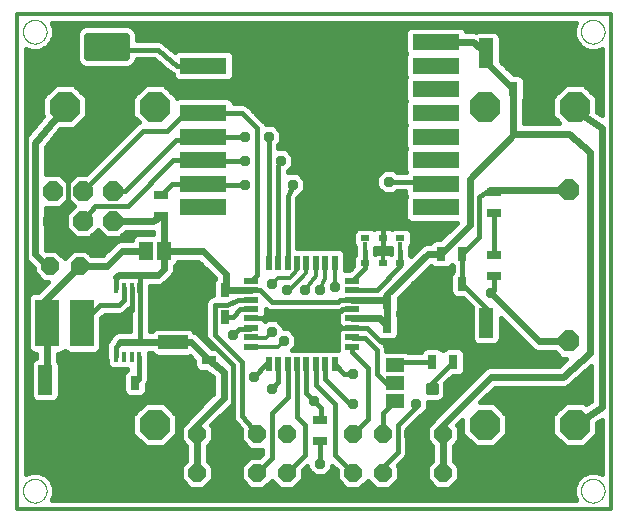
<source format=gtl>
G75*
%MOIN*%
%OFA0B0*%
%FSLAX25Y25*%
%IPPOS*%
%LPD*%
%AMOC8*
5,1,8,0,0,1.08239X$1,22.5*
%
%ADD10C,0.00000*%
%ADD11C,0.01200*%
%ADD12R,0.15748X0.05512*%
%ADD13R,0.04724X0.09843*%
%ADD14R,0.09843X0.04724*%
%ADD15R,0.07874X0.15748*%
%ADD16R,0.01575X0.03543*%
%ADD17R,0.03150X0.04724*%
%ADD18R,0.04724X0.03150*%
%ADD19OC8,0.06000*%
%ADD20R,0.04600X0.06300*%
%ADD21OC8,0.10050*%
%ADD22R,0.01575X0.06299*%
%ADD23R,0.03150X0.01969*%
%ADD24OC8,0.06600*%
%ADD25C,0.02362*%
%ADD26OC8,0.07000*%
%ADD27C,0.01181*%
%ADD28R,0.06300X0.04600*%
%ADD29R,0.05000X0.02200*%
%ADD30R,0.02200X0.05000*%
%ADD31C,0.01600*%
%ADD32C,0.02400*%
%ADD33OC8,0.03562*%
%ADD34C,0.01000*%
%ADD35C,0.01800*%
D10*
X0003863Y0007800D02*
X0003865Y0007925D01*
X0003871Y0008050D01*
X0003881Y0008174D01*
X0003895Y0008298D01*
X0003912Y0008422D01*
X0003934Y0008545D01*
X0003960Y0008667D01*
X0003989Y0008789D01*
X0004022Y0008909D01*
X0004060Y0009028D01*
X0004100Y0009147D01*
X0004145Y0009263D01*
X0004193Y0009378D01*
X0004245Y0009492D01*
X0004301Y0009604D01*
X0004360Y0009714D01*
X0004422Y0009822D01*
X0004488Y0009929D01*
X0004557Y0010033D01*
X0004630Y0010134D01*
X0004705Y0010234D01*
X0004784Y0010331D01*
X0004866Y0010425D01*
X0004951Y0010517D01*
X0005038Y0010606D01*
X0005129Y0010692D01*
X0005222Y0010775D01*
X0005318Y0010856D01*
X0005416Y0010933D01*
X0005516Y0011007D01*
X0005619Y0011078D01*
X0005724Y0011145D01*
X0005832Y0011210D01*
X0005941Y0011270D01*
X0006052Y0011328D01*
X0006165Y0011381D01*
X0006279Y0011431D01*
X0006395Y0011478D01*
X0006512Y0011520D01*
X0006631Y0011559D01*
X0006751Y0011595D01*
X0006872Y0011626D01*
X0006994Y0011654D01*
X0007116Y0011677D01*
X0007240Y0011697D01*
X0007364Y0011713D01*
X0007488Y0011725D01*
X0007613Y0011733D01*
X0007738Y0011737D01*
X0007862Y0011737D01*
X0007987Y0011733D01*
X0008112Y0011725D01*
X0008236Y0011713D01*
X0008360Y0011697D01*
X0008484Y0011677D01*
X0008606Y0011654D01*
X0008728Y0011626D01*
X0008849Y0011595D01*
X0008969Y0011559D01*
X0009088Y0011520D01*
X0009205Y0011478D01*
X0009321Y0011431D01*
X0009435Y0011381D01*
X0009548Y0011328D01*
X0009659Y0011270D01*
X0009769Y0011210D01*
X0009876Y0011145D01*
X0009981Y0011078D01*
X0010084Y0011007D01*
X0010184Y0010933D01*
X0010282Y0010856D01*
X0010378Y0010775D01*
X0010471Y0010692D01*
X0010562Y0010606D01*
X0010649Y0010517D01*
X0010734Y0010425D01*
X0010816Y0010331D01*
X0010895Y0010234D01*
X0010970Y0010134D01*
X0011043Y0010033D01*
X0011112Y0009929D01*
X0011178Y0009822D01*
X0011240Y0009714D01*
X0011299Y0009604D01*
X0011355Y0009492D01*
X0011407Y0009378D01*
X0011455Y0009263D01*
X0011500Y0009147D01*
X0011540Y0009028D01*
X0011578Y0008909D01*
X0011611Y0008789D01*
X0011640Y0008667D01*
X0011666Y0008545D01*
X0011688Y0008422D01*
X0011705Y0008298D01*
X0011719Y0008174D01*
X0011729Y0008050D01*
X0011735Y0007925D01*
X0011737Y0007800D01*
X0011735Y0007675D01*
X0011729Y0007550D01*
X0011719Y0007426D01*
X0011705Y0007302D01*
X0011688Y0007178D01*
X0011666Y0007055D01*
X0011640Y0006933D01*
X0011611Y0006811D01*
X0011578Y0006691D01*
X0011540Y0006572D01*
X0011500Y0006453D01*
X0011455Y0006337D01*
X0011407Y0006222D01*
X0011355Y0006108D01*
X0011299Y0005996D01*
X0011240Y0005886D01*
X0011178Y0005778D01*
X0011112Y0005671D01*
X0011043Y0005567D01*
X0010970Y0005466D01*
X0010895Y0005366D01*
X0010816Y0005269D01*
X0010734Y0005175D01*
X0010649Y0005083D01*
X0010562Y0004994D01*
X0010471Y0004908D01*
X0010378Y0004825D01*
X0010282Y0004744D01*
X0010184Y0004667D01*
X0010084Y0004593D01*
X0009981Y0004522D01*
X0009876Y0004455D01*
X0009768Y0004390D01*
X0009659Y0004330D01*
X0009548Y0004272D01*
X0009435Y0004219D01*
X0009321Y0004169D01*
X0009205Y0004122D01*
X0009088Y0004080D01*
X0008969Y0004041D01*
X0008849Y0004005D01*
X0008728Y0003974D01*
X0008606Y0003946D01*
X0008484Y0003923D01*
X0008360Y0003903D01*
X0008236Y0003887D01*
X0008112Y0003875D01*
X0007987Y0003867D01*
X0007862Y0003863D01*
X0007738Y0003863D01*
X0007613Y0003867D01*
X0007488Y0003875D01*
X0007364Y0003887D01*
X0007240Y0003903D01*
X0007116Y0003923D01*
X0006994Y0003946D01*
X0006872Y0003974D01*
X0006751Y0004005D01*
X0006631Y0004041D01*
X0006512Y0004080D01*
X0006395Y0004122D01*
X0006279Y0004169D01*
X0006165Y0004219D01*
X0006052Y0004272D01*
X0005941Y0004330D01*
X0005831Y0004390D01*
X0005724Y0004455D01*
X0005619Y0004522D01*
X0005516Y0004593D01*
X0005416Y0004667D01*
X0005318Y0004744D01*
X0005222Y0004825D01*
X0005129Y0004908D01*
X0005038Y0004994D01*
X0004951Y0005083D01*
X0004866Y0005175D01*
X0004784Y0005269D01*
X0004705Y0005366D01*
X0004630Y0005466D01*
X0004557Y0005567D01*
X0004488Y0005671D01*
X0004422Y0005778D01*
X0004360Y0005886D01*
X0004301Y0005996D01*
X0004245Y0006108D01*
X0004193Y0006222D01*
X0004145Y0006337D01*
X0004100Y0006453D01*
X0004060Y0006572D01*
X0004022Y0006691D01*
X0003989Y0006811D01*
X0003960Y0006933D01*
X0003934Y0007055D01*
X0003912Y0007178D01*
X0003895Y0007302D01*
X0003881Y0007426D01*
X0003871Y0007550D01*
X0003865Y0007675D01*
X0003863Y0007800D01*
X0003863Y0160800D02*
X0003865Y0160925D01*
X0003871Y0161050D01*
X0003881Y0161174D01*
X0003895Y0161298D01*
X0003912Y0161422D01*
X0003934Y0161545D01*
X0003960Y0161667D01*
X0003989Y0161789D01*
X0004022Y0161909D01*
X0004060Y0162028D01*
X0004100Y0162147D01*
X0004145Y0162263D01*
X0004193Y0162378D01*
X0004245Y0162492D01*
X0004301Y0162604D01*
X0004360Y0162714D01*
X0004422Y0162822D01*
X0004488Y0162929D01*
X0004557Y0163033D01*
X0004630Y0163134D01*
X0004705Y0163234D01*
X0004784Y0163331D01*
X0004866Y0163425D01*
X0004951Y0163517D01*
X0005038Y0163606D01*
X0005129Y0163692D01*
X0005222Y0163775D01*
X0005318Y0163856D01*
X0005416Y0163933D01*
X0005516Y0164007D01*
X0005619Y0164078D01*
X0005724Y0164145D01*
X0005832Y0164210D01*
X0005941Y0164270D01*
X0006052Y0164328D01*
X0006165Y0164381D01*
X0006279Y0164431D01*
X0006395Y0164478D01*
X0006512Y0164520D01*
X0006631Y0164559D01*
X0006751Y0164595D01*
X0006872Y0164626D01*
X0006994Y0164654D01*
X0007116Y0164677D01*
X0007240Y0164697D01*
X0007364Y0164713D01*
X0007488Y0164725D01*
X0007613Y0164733D01*
X0007738Y0164737D01*
X0007862Y0164737D01*
X0007987Y0164733D01*
X0008112Y0164725D01*
X0008236Y0164713D01*
X0008360Y0164697D01*
X0008484Y0164677D01*
X0008606Y0164654D01*
X0008728Y0164626D01*
X0008849Y0164595D01*
X0008969Y0164559D01*
X0009088Y0164520D01*
X0009205Y0164478D01*
X0009321Y0164431D01*
X0009435Y0164381D01*
X0009548Y0164328D01*
X0009659Y0164270D01*
X0009769Y0164210D01*
X0009876Y0164145D01*
X0009981Y0164078D01*
X0010084Y0164007D01*
X0010184Y0163933D01*
X0010282Y0163856D01*
X0010378Y0163775D01*
X0010471Y0163692D01*
X0010562Y0163606D01*
X0010649Y0163517D01*
X0010734Y0163425D01*
X0010816Y0163331D01*
X0010895Y0163234D01*
X0010970Y0163134D01*
X0011043Y0163033D01*
X0011112Y0162929D01*
X0011178Y0162822D01*
X0011240Y0162714D01*
X0011299Y0162604D01*
X0011355Y0162492D01*
X0011407Y0162378D01*
X0011455Y0162263D01*
X0011500Y0162147D01*
X0011540Y0162028D01*
X0011578Y0161909D01*
X0011611Y0161789D01*
X0011640Y0161667D01*
X0011666Y0161545D01*
X0011688Y0161422D01*
X0011705Y0161298D01*
X0011719Y0161174D01*
X0011729Y0161050D01*
X0011735Y0160925D01*
X0011737Y0160800D01*
X0011735Y0160675D01*
X0011729Y0160550D01*
X0011719Y0160426D01*
X0011705Y0160302D01*
X0011688Y0160178D01*
X0011666Y0160055D01*
X0011640Y0159933D01*
X0011611Y0159811D01*
X0011578Y0159691D01*
X0011540Y0159572D01*
X0011500Y0159453D01*
X0011455Y0159337D01*
X0011407Y0159222D01*
X0011355Y0159108D01*
X0011299Y0158996D01*
X0011240Y0158886D01*
X0011178Y0158778D01*
X0011112Y0158671D01*
X0011043Y0158567D01*
X0010970Y0158466D01*
X0010895Y0158366D01*
X0010816Y0158269D01*
X0010734Y0158175D01*
X0010649Y0158083D01*
X0010562Y0157994D01*
X0010471Y0157908D01*
X0010378Y0157825D01*
X0010282Y0157744D01*
X0010184Y0157667D01*
X0010084Y0157593D01*
X0009981Y0157522D01*
X0009876Y0157455D01*
X0009768Y0157390D01*
X0009659Y0157330D01*
X0009548Y0157272D01*
X0009435Y0157219D01*
X0009321Y0157169D01*
X0009205Y0157122D01*
X0009088Y0157080D01*
X0008969Y0157041D01*
X0008849Y0157005D01*
X0008728Y0156974D01*
X0008606Y0156946D01*
X0008484Y0156923D01*
X0008360Y0156903D01*
X0008236Y0156887D01*
X0008112Y0156875D01*
X0007987Y0156867D01*
X0007862Y0156863D01*
X0007738Y0156863D01*
X0007613Y0156867D01*
X0007488Y0156875D01*
X0007364Y0156887D01*
X0007240Y0156903D01*
X0007116Y0156923D01*
X0006994Y0156946D01*
X0006872Y0156974D01*
X0006751Y0157005D01*
X0006631Y0157041D01*
X0006512Y0157080D01*
X0006395Y0157122D01*
X0006279Y0157169D01*
X0006165Y0157219D01*
X0006052Y0157272D01*
X0005941Y0157330D01*
X0005831Y0157390D01*
X0005724Y0157455D01*
X0005619Y0157522D01*
X0005516Y0157593D01*
X0005416Y0157667D01*
X0005318Y0157744D01*
X0005222Y0157825D01*
X0005129Y0157908D01*
X0005038Y0157994D01*
X0004951Y0158083D01*
X0004866Y0158175D01*
X0004784Y0158269D01*
X0004705Y0158366D01*
X0004630Y0158466D01*
X0004557Y0158567D01*
X0004488Y0158671D01*
X0004422Y0158778D01*
X0004360Y0158886D01*
X0004301Y0158996D01*
X0004245Y0159108D01*
X0004193Y0159222D01*
X0004145Y0159337D01*
X0004100Y0159453D01*
X0004060Y0159572D01*
X0004022Y0159691D01*
X0003989Y0159811D01*
X0003960Y0159933D01*
X0003934Y0160055D01*
X0003912Y0160178D01*
X0003895Y0160302D01*
X0003881Y0160426D01*
X0003871Y0160550D01*
X0003865Y0160675D01*
X0003863Y0160800D01*
X0189863Y0160800D02*
X0189865Y0160925D01*
X0189871Y0161050D01*
X0189881Y0161174D01*
X0189895Y0161298D01*
X0189912Y0161422D01*
X0189934Y0161545D01*
X0189960Y0161667D01*
X0189989Y0161789D01*
X0190022Y0161909D01*
X0190060Y0162028D01*
X0190100Y0162147D01*
X0190145Y0162263D01*
X0190193Y0162378D01*
X0190245Y0162492D01*
X0190301Y0162604D01*
X0190360Y0162714D01*
X0190422Y0162822D01*
X0190488Y0162929D01*
X0190557Y0163033D01*
X0190630Y0163134D01*
X0190705Y0163234D01*
X0190784Y0163331D01*
X0190866Y0163425D01*
X0190951Y0163517D01*
X0191038Y0163606D01*
X0191129Y0163692D01*
X0191222Y0163775D01*
X0191318Y0163856D01*
X0191416Y0163933D01*
X0191516Y0164007D01*
X0191619Y0164078D01*
X0191724Y0164145D01*
X0191832Y0164210D01*
X0191941Y0164270D01*
X0192052Y0164328D01*
X0192165Y0164381D01*
X0192279Y0164431D01*
X0192395Y0164478D01*
X0192512Y0164520D01*
X0192631Y0164559D01*
X0192751Y0164595D01*
X0192872Y0164626D01*
X0192994Y0164654D01*
X0193116Y0164677D01*
X0193240Y0164697D01*
X0193364Y0164713D01*
X0193488Y0164725D01*
X0193613Y0164733D01*
X0193738Y0164737D01*
X0193862Y0164737D01*
X0193987Y0164733D01*
X0194112Y0164725D01*
X0194236Y0164713D01*
X0194360Y0164697D01*
X0194484Y0164677D01*
X0194606Y0164654D01*
X0194728Y0164626D01*
X0194849Y0164595D01*
X0194969Y0164559D01*
X0195088Y0164520D01*
X0195205Y0164478D01*
X0195321Y0164431D01*
X0195435Y0164381D01*
X0195548Y0164328D01*
X0195659Y0164270D01*
X0195769Y0164210D01*
X0195876Y0164145D01*
X0195981Y0164078D01*
X0196084Y0164007D01*
X0196184Y0163933D01*
X0196282Y0163856D01*
X0196378Y0163775D01*
X0196471Y0163692D01*
X0196562Y0163606D01*
X0196649Y0163517D01*
X0196734Y0163425D01*
X0196816Y0163331D01*
X0196895Y0163234D01*
X0196970Y0163134D01*
X0197043Y0163033D01*
X0197112Y0162929D01*
X0197178Y0162822D01*
X0197240Y0162714D01*
X0197299Y0162604D01*
X0197355Y0162492D01*
X0197407Y0162378D01*
X0197455Y0162263D01*
X0197500Y0162147D01*
X0197540Y0162028D01*
X0197578Y0161909D01*
X0197611Y0161789D01*
X0197640Y0161667D01*
X0197666Y0161545D01*
X0197688Y0161422D01*
X0197705Y0161298D01*
X0197719Y0161174D01*
X0197729Y0161050D01*
X0197735Y0160925D01*
X0197737Y0160800D01*
X0197735Y0160675D01*
X0197729Y0160550D01*
X0197719Y0160426D01*
X0197705Y0160302D01*
X0197688Y0160178D01*
X0197666Y0160055D01*
X0197640Y0159933D01*
X0197611Y0159811D01*
X0197578Y0159691D01*
X0197540Y0159572D01*
X0197500Y0159453D01*
X0197455Y0159337D01*
X0197407Y0159222D01*
X0197355Y0159108D01*
X0197299Y0158996D01*
X0197240Y0158886D01*
X0197178Y0158778D01*
X0197112Y0158671D01*
X0197043Y0158567D01*
X0196970Y0158466D01*
X0196895Y0158366D01*
X0196816Y0158269D01*
X0196734Y0158175D01*
X0196649Y0158083D01*
X0196562Y0157994D01*
X0196471Y0157908D01*
X0196378Y0157825D01*
X0196282Y0157744D01*
X0196184Y0157667D01*
X0196084Y0157593D01*
X0195981Y0157522D01*
X0195876Y0157455D01*
X0195768Y0157390D01*
X0195659Y0157330D01*
X0195548Y0157272D01*
X0195435Y0157219D01*
X0195321Y0157169D01*
X0195205Y0157122D01*
X0195088Y0157080D01*
X0194969Y0157041D01*
X0194849Y0157005D01*
X0194728Y0156974D01*
X0194606Y0156946D01*
X0194484Y0156923D01*
X0194360Y0156903D01*
X0194236Y0156887D01*
X0194112Y0156875D01*
X0193987Y0156867D01*
X0193862Y0156863D01*
X0193738Y0156863D01*
X0193613Y0156867D01*
X0193488Y0156875D01*
X0193364Y0156887D01*
X0193240Y0156903D01*
X0193116Y0156923D01*
X0192994Y0156946D01*
X0192872Y0156974D01*
X0192751Y0157005D01*
X0192631Y0157041D01*
X0192512Y0157080D01*
X0192395Y0157122D01*
X0192279Y0157169D01*
X0192165Y0157219D01*
X0192052Y0157272D01*
X0191941Y0157330D01*
X0191831Y0157390D01*
X0191724Y0157455D01*
X0191619Y0157522D01*
X0191516Y0157593D01*
X0191416Y0157667D01*
X0191318Y0157744D01*
X0191222Y0157825D01*
X0191129Y0157908D01*
X0191038Y0157994D01*
X0190951Y0158083D01*
X0190866Y0158175D01*
X0190784Y0158269D01*
X0190705Y0158366D01*
X0190630Y0158466D01*
X0190557Y0158567D01*
X0190488Y0158671D01*
X0190422Y0158778D01*
X0190360Y0158886D01*
X0190301Y0158996D01*
X0190245Y0159108D01*
X0190193Y0159222D01*
X0190145Y0159337D01*
X0190100Y0159453D01*
X0190060Y0159572D01*
X0190022Y0159691D01*
X0189989Y0159811D01*
X0189960Y0159933D01*
X0189934Y0160055D01*
X0189912Y0160178D01*
X0189895Y0160302D01*
X0189881Y0160426D01*
X0189871Y0160550D01*
X0189865Y0160675D01*
X0189863Y0160800D01*
X0189863Y0007800D02*
X0189865Y0007925D01*
X0189871Y0008050D01*
X0189881Y0008174D01*
X0189895Y0008298D01*
X0189912Y0008422D01*
X0189934Y0008545D01*
X0189960Y0008667D01*
X0189989Y0008789D01*
X0190022Y0008909D01*
X0190060Y0009028D01*
X0190100Y0009147D01*
X0190145Y0009263D01*
X0190193Y0009378D01*
X0190245Y0009492D01*
X0190301Y0009604D01*
X0190360Y0009714D01*
X0190422Y0009822D01*
X0190488Y0009929D01*
X0190557Y0010033D01*
X0190630Y0010134D01*
X0190705Y0010234D01*
X0190784Y0010331D01*
X0190866Y0010425D01*
X0190951Y0010517D01*
X0191038Y0010606D01*
X0191129Y0010692D01*
X0191222Y0010775D01*
X0191318Y0010856D01*
X0191416Y0010933D01*
X0191516Y0011007D01*
X0191619Y0011078D01*
X0191724Y0011145D01*
X0191832Y0011210D01*
X0191941Y0011270D01*
X0192052Y0011328D01*
X0192165Y0011381D01*
X0192279Y0011431D01*
X0192395Y0011478D01*
X0192512Y0011520D01*
X0192631Y0011559D01*
X0192751Y0011595D01*
X0192872Y0011626D01*
X0192994Y0011654D01*
X0193116Y0011677D01*
X0193240Y0011697D01*
X0193364Y0011713D01*
X0193488Y0011725D01*
X0193613Y0011733D01*
X0193738Y0011737D01*
X0193862Y0011737D01*
X0193987Y0011733D01*
X0194112Y0011725D01*
X0194236Y0011713D01*
X0194360Y0011697D01*
X0194484Y0011677D01*
X0194606Y0011654D01*
X0194728Y0011626D01*
X0194849Y0011595D01*
X0194969Y0011559D01*
X0195088Y0011520D01*
X0195205Y0011478D01*
X0195321Y0011431D01*
X0195435Y0011381D01*
X0195548Y0011328D01*
X0195659Y0011270D01*
X0195769Y0011210D01*
X0195876Y0011145D01*
X0195981Y0011078D01*
X0196084Y0011007D01*
X0196184Y0010933D01*
X0196282Y0010856D01*
X0196378Y0010775D01*
X0196471Y0010692D01*
X0196562Y0010606D01*
X0196649Y0010517D01*
X0196734Y0010425D01*
X0196816Y0010331D01*
X0196895Y0010234D01*
X0196970Y0010134D01*
X0197043Y0010033D01*
X0197112Y0009929D01*
X0197178Y0009822D01*
X0197240Y0009714D01*
X0197299Y0009604D01*
X0197355Y0009492D01*
X0197407Y0009378D01*
X0197455Y0009263D01*
X0197500Y0009147D01*
X0197540Y0009028D01*
X0197578Y0008909D01*
X0197611Y0008789D01*
X0197640Y0008667D01*
X0197666Y0008545D01*
X0197688Y0008422D01*
X0197705Y0008298D01*
X0197719Y0008174D01*
X0197729Y0008050D01*
X0197735Y0007925D01*
X0197737Y0007800D01*
X0197735Y0007675D01*
X0197729Y0007550D01*
X0197719Y0007426D01*
X0197705Y0007302D01*
X0197688Y0007178D01*
X0197666Y0007055D01*
X0197640Y0006933D01*
X0197611Y0006811D01*
X0197578Y0006691D01*
X0197540Y0006572D01*
X0197500Y0006453D01*
X0197455Y0006337D01*
X0197407Y0006222D01*
X0197355Y0006108D01*
X0197299Y0005996D01*
X0197240Y0005886D01*
X0197178Y0005778D01*
X0197112Y0005671D01*
X0197043Y0005567D01*
X0196970Y0005466D01*
X0196895Y0005366D01*
X0196816Y0005269D01*
X0196734Y0005175D01*
X0196649Y0005083D01*
X0196562Y0004994D01*
X0196471Y0004908D01*
X0196378Y0004825D01*
X0196282Y0004744D01*
X0196184Y0004667D01*
X0196084Y0004593D01*
X0195981Y0004522D01*
X0195876Y0004455D01*
X0195768Y0004390D01*
X0195659Y0004330D01*
X0195548Y0004272D01*
X0195435Y0004219D01*
X0195321Y0004169D01*
X0195205Y0004122D01*
X0195088Y0004080D01*
X0194969Y0004041D01*
X0194849Y0004005D01*
X0194728Y0003974D01*
X0194606Y0003946D01*
X0194484Y0003923D01*
X0194360Y0003903D01*
X0194236Y0003887D01*
X0194112Y0003875D01*
X0193987Y0003867D01*
X0193862Y0003863D01*
X0193738Y0003863D01*
X0193613Y0003867D01*
X0193488Y0003875D01*
X0193364Y0003887D01*
X0193240Y0003903D01*
X0193116Y0003923D01*
X0192994Y0003946D01*
X0192872Y0003974D01*
X0192751Y0004005D01*
X0192631Y0004041D01*
X0192512Y0004080D01*
X0192395Y0004122D01*
X0192279Y0004169D01*
X0192165Y0004219D01*
X0192052Y0004272D01*
X0191941Y0004330D01*
X0191831Y0004390D01*
X0191724Y0004455D01*
X0191619Y0004522D01*
X0191516Y0004593D01*
X0191416Y0004667D01*
X0191318Y0004744D01*
X0191222Y0004825D01*
X0191129Y0004908D01*
X0191038Y0004994D01*
X0190951Y0005083D01*
X0190866Y0005175D01*
X0190784Y0005269D01*
X0190705Y0005366D01*
X0190630Y0005466D01*
X0190557Y0005567D01*
X0190488Y0005671D01*
X0190422Y0005778D01*
X0190360Y0005886D01*
X0190301Y0005996D01*
X0190245Y0006108D01*
X0190193Y0006222D01*
X0190145Y0006337D01*
X0190100Y0006453D01*
X0190060Y0006572D01*
X0190022Y0006691D01*
X0189989Y0006811D01*
X0189960Y0006933D01*
X0189934Y0007055D01*
X0189912Y0007178D01*
X0189895Y0007302D01*
X0189881Y0007426D01*
X0189871Y0007550D01*
X0189865Y0007675D01*
X0189863Y0007800D01*
D11*
X0001800Y0001800D02*
X0001800Y0166800D01*
X0199800Y0166800D01*
X0199800Y0001800D01*
X0001800Y0001800D01*
X0034257Y0042343D02*
X0034257Y0043800D01*
X0034961Y0052383D02*
X0034800Y0052544D01*
X0041800Y0057296D02*
X0042800Y0058296D01*
X0042639Y0075217D02*
X0042800Y0075379D01*
X0050800Y0098257D02*
X0049800Y0099257D01*
X0064020Y0110115D02*
X0064335Y0109800D01*
X0064209Y0117800D02*
X0064020Y0117989D01*
X0064020Y0125863D02*
X0065083Y0125800D01*
X0064020Y0133737D02*
X0066083Y0133800D01*
X0064020Y0141611D02*
X0064831Y0142800D01*
X0064020Y0141611D02*
X0059831Y0142800D01*
X0032800Y0154800D02*
X0031800Y0155800D01*
X0012800Y0082800D02*
X0011800Y0082800D01*
X0063847Y0044304D02*
X0065800Y0044257D01*
X0079900Y0055776D02*
X0079924Y0055800D01*
X0088800Y0055800D01*
X0090800Y0057800D01*
X0086800Y0060800D02*
X0084800Y0058800D01*
X0080026Y0058800D01*
X0079900Y0058926D01*
X0079624Y0061800D02*
X0079900Y0062076D01*
X0071469Y0074674D02*
X0071343Y0074800D01*
X0085776Y0083700D02*
X0085800Y0083724D01*
X0088800Y0078800D02*
X0086800Y0076800D01*
X0088800Y0078800D02*
X0092800Y0078800D01*
X0095225Y0081225D01*
X0095225Y0083700D01*
X0098375Y0083700D02*
X0098375Y0080375D01*
X0092800Y0074800D01*
X0091800Y0074800D01*
X0097800Y0074800D02*
X0101524Y0079524D01*
X0101524Y0083700D01*
X0104674Y0083700D02*
X0104674Y0078674D01*
X0102800Y0074800D01*
X0107800Y0075800D02*
X0107824Y0076824D01*
X0107824Y0083700D01*
X0113826Y0074800D02*
X0113700Y0074674D01*
X0124532Y0071524D02*
X0125257Y0070800D01*
X0125257Y0073257D01*
X0133343Y0063800D02*
X0132343Y0062800D01*
X0131800Y0062257D01*
X0127800Y0050800D02*
X0127800Y0049800D01*
X0147253Y0043253D02*
X0147253Y0041800D01*
X0158296Y0063800D02*
X0158296Y0068847D01*
X0159800Y0073800D02*
X0160800Y0074800D01*
X0160800Y0107343D02*
X0158343Y0107343D01*
X0159454Y0107997D02*
X0160800Y0107343D01*
X0141580Y0110115D02*
X0139265Y0110800D01*
X0167257Y0126257D02*
X0167800Y0126800D01*
X0174343Y0141800D02*
X0174343Y0150753D01*
X0171296Y0153800D01*
X0187800Y0135800D02*
X0187800Y0134800D01*
X0099800Y0064800D02*
X0099375Y0065225D01*
D12*
X0064020Y0102241D03*
X0064020Y0110115D03*
X0064020Y0117989D03*
X0064020Y0125863D03*
X0064020Y0133737D03*
X0064020Y0141611D03*
X0064020Y0149485D03*
X0064020Y0157359D03*
X0141580Y0157359D03*
X0141580Y0149485D03*
X0141580Y0141611D03*
X0141580Y0133737D03*
X0141580Y0125863D03*
X0141580Y0117989D03*
X0141580Y0110115D03*
X0141580Y0102241D03*
D13*
X0145304Y0063800D03*
X0158296Y0063800D03*
X0158304Y0153800D03*
X0171296Y0153800D03*
X0024296Y0044800D03*
X0011304Y0044800D03*
D14*
X0053800Y0044304D03*
X0053800Y0057296D03*
D15*
X0023706Y0063800D03*
X0011894Y0063800D03*
D16*
X0034961Y0052383D03*
X0037520Y0052383D03*
X0040080Y0052383D03*
X0042639Y0052383D03*
X0042639Y0075217D03*
X0040080Y0075217D03*
X0037520Y0075217D03*
X0034961Y0075217D03*
D17*
X0064257Y0074800D03*
X0071343Y0074800D03*
X0071343Y0065800D03*
X0064257Y0065800D03*
X0041343Y0043800D03*
X0034257Y0043800D03*
X0125257Y0062800D03*
X0132343Y0062800D03*
X0132343Y0070800D03*
X0125257Y0070800D03*
X0143257Y0076800D03*
X0150343Y0076800D03*
X0150343Y0086800D03*
X0143257Y0086800D03*
X0140257Y0050800D03*
X0147343Y0050800D03*
X0167257Y0141800D03*
X0174343Y0141800D03*
D18*
X0160800Y0107343D03*
X0160800Y0100257D03*
X0160800Y0086343D03*
X0160800Y0079257D03*
X0102800Y0031343D03*
X0102800Y0024257D03*
X0065800Y0044257D03*
X0065800Y0051343D03*
X0049800Y0099257D03*
X0049800Y0106343D03*
D19*
X0022800Y0082800D03*
X0012800Y0082800D03*
X0061800Y0026800D03*
X0071800Y0026800D03*
X0081800Y0026800D03*
X0091800Y0026800D03*
X0091800Y0013800D03*
X0081800Y0013800D03*
X0071800Y0013800D03*
X0061800Y0013800D03*
X0113800Y0013800D03*
X0123800Y0013800D03*
X0133800Y0013800D03*
X0143800Y0013800D03*
X0143800Y0026800D03*
X0133800Y0026800D03*
X0123800Y0026800D03*
X0113800Y0026800D03*
D20*
X0050800Y0087800D03*
X0044800Y0087800D03*
D21*
X0047800Y0135800D03*
X0017800Y0135800D03*
X0017800Y0029800D03*
X0047800Y0029800D03*
X0157800Y0029800D03*
X0187800Y0029800D03*
X0187800Y0135800D03*
X0157800Y0135800D03*
D22*
X0129706Y0087800D03*
X0123800Y0087800D03*
X0117894Y0087800D03*
D23*
X0117894Y0091934D03*
X0123800Y0091934D03*
X0129706Y0091934D03*
X0129706Y0083666D03*
X0123800Y0083666D03*
X0117894Y0083666D03*
D24*
X0033800Y0097800D03*
X0033800Y0107800D03*
X0023800Y0107800D03*
X0023800Y0097800D03*
X0013800Y0097800D03*
X0013800Y0107800D03*
D25*
X0025304Y0152257D02*
X0038296Y0152257D01*
X0025304Y0152257D02*
X0025304Y0159343D01*
X0038296Y0159343D01*
X0038296Y0152257D01*
X0038296Y0154618D02*
X0025304Y0154618D01*
X0025304Y0156979D02*
X0038296Y0156979D01*
X0038296Y0159340D02*
X0025304Y0159340D01*
D26*
X0185800Y0107997D03*
X0185800Y0057603D03*
D27*
X0145875Y0043178D02*
X0145875Y0040422D01*
X0145875Y0043178D02*
X0148631Y0043178D01*
X0148631Y0040422D01*
X0145875Y0040422D01*
X0145875Y0041602D02*
X0148631Y0041602D01*
X0148631Y0042782D02*
X0145875Y0042782D01*
X0138969Y0043178D02*
X0138969Y0040422D01*
X0138969Y0043178D02*
X0141725Y0043178D01*
X0141725Y0040422D01*
X0138969Y0040422D01*
X0138969Y0041602D02*
X0141725Y0041602D01*
X0141725Y0042782D02*
X0138969Y0042782D01*
D28*
X0127800Y0043800D03*
X0127800Y0037800D03*
X0127800Y0049800D03*
D29*
X0113700Y0055776D03*
X0113700Y0058926D03*
X0113700Y0062076D03*
X0113700Y0065225D03*
X0113700Y0068375D03*
X0113700Y0071524D03*
X0113700Y0074674D03*
X0113700Y0077824D03*
X0079900Y0077824D03*
X0079900Y0074674D03*
X0079900Y0071524D03*
X0079900Y0068375D03*
X0079900Y0065225D03*
X0079900Y0062076D03*
X0079900Y0058926D03*
X0079900Y0055776D03*
D30*
X0085776Y0049900D03*
X0088926Y0049900D03*
X0092076Y0049900D03*
X0095225Y0049900D03*
X0098375Y0049900D03*
X0101524Y0049900D03*
X0104674Y0049900D03*
X0107824Y0049900D03*
X0107824Y0083700D03*
X0104674Y0083700D03*
X0101524Y0083700D03*
X0098375Y0083700D03*
X0095225Y0083700D03*
X0092076Y0083700D03*
X0088926Y0083700D03*
X0085776Y0083700D03*
D31*
X0085800Y0083724D02*
X0085800Y0125800D01*
X0089000Y0123087D02*
X0089000Y0121981D01*
X0091532Y0121981D01*
X0093981Y0119532D01*
X0093981Y0116068D01*
X0092126Y0114213D01*
X0092126Y0113981D01*
X0095532Y0113981D01*
X0097981Y0111532D01*
X0097981Y0108068D01*
X0095532Y0105619D01*
X0095390Y0105619D01*
X0095276Y0105371D01*
X0095276Y0088600D01*
X0109401Y0088600D01*
X0110283Y0088235D01*
X0110958Y0087559D01*
X0111324Y0086677D01*
X0111324Y0081324D01*
X0112675Y0081324D01*
X0113920Y0082569D01*
X0113920Y0085128D01*
X0114285Y0086010D01*
X0114694Y0086419D01*
X0114694Y0088437D01*
X0114707Y0088467D01*
X0114707Y0089168D01*
X0114285Y0089590D01*
X0113920Y0090472D01*
X0113920Y0093395D01*
X0114285Y0094278D01*
X0114960Y0094953D01*
X0115842Y0095318D01*
X0119947Y0095318D01*
X0120829Y0094953D01*
X0120847Y0094934D01*
X0120866Y0094953D01*
X0121748Y0095318D01*
X0125852Y0095318D01*
X0126734Y0094953D01*
X0126753Y0094934D01*
X0126771Y0094953D01*
X0127653Y0095318D01*
X0131758Y0095318D01*
X0132640Y0094953D01*
X0133315Y0094278D01*
X0133680Y0093395D01*
X0133680Y0090472D01*
X0133315Y0089590D01*
X0132893Y0089168D01*
X0132893Y0088467D01*
X0132905Y0088437D01*
X0132905Y0086419D01*
X0133117Y0086208D01*
X0135748Y0088839D01*
X0136761Y0089852D01*
X0138084Y0090400D01*
X0139597Y0090400D01*
X0139647Y0090522D01*
X0140322Y0091197D01*
X0141204Y0091562D01*
X0142928Y0091562D01*
X0148451Y0097085D01*
X0133228Y0097085D01*
X0132346Y0097450D01*
X0131671Y0098126D01*
X0131306Y0099008D01*
X0131306Y0105474D01*
X0131597Y0106178D01*
X0131306Y0106882D01*
X0131306Y0107600D01*
X0128513Y0107600D01*
X0127532Y0106619D01*
X0124068Y0106619D01*
X0121619Y0109068D01*
X0121619Y0112532D01*
X0124068Y0114981D01*
X0127532Y0114981D01*
X0128513Y0114000D01*
X0131575Y0114000D01*
X0131597Y0114052D01*
X0131306Y0114756D01*
X0131306Y0121222D01*
X0131597Y0121926D01*
X0131306Y0122630D01*
X0131306Y0129096D01*
X0131597Y0129800D01*
X0131306Y0130504D01*
X0131306Y0136970D01*
X0131597Y0137674D01*
X0131306Y0138378D01*
X0131306Y0144844D01*
X0131597Y0145548D01*
X0131306Y0146252D01*
X0131306Y0152718D01*
X0131597Y0153422D01*
X0131306Y0154126D01*
X0131306Y0160592D01*
X0131671Y0161474D01*
X0132346Y0162150D01*
X0133228Y0162515D01*
X0149931Y0162515D01*
X0150813Y0162150D01*
X0151488Y0161474D01*
X0151702Y0160959D01*
X0153524Y0160959D01*
X0154015Y0161020D01*
X0154234Y0160959D01*
X0154461Y0160959D01*
X0154767Y0160832D01*
X0155464Y0161121D01*
X0161144Y0161121D01*
X0162026Y0160756D01*
X0162701Y0160081D01*
X0163066Y0159199D01*
X0163066Y0151082D01*
X0167586Y0146562D01*
X0169309Y0146562D01*
X0170191Y0146197D01*
X0170866Y0145522D01*
X0171231Y0144640D01*
X0171231Y0138960D01*
X0170866Y0138078D01*
X0170857Y0138069D01*
X0170857Y0130400D01*
X0182699Y0130400D01*
X0180375Y0132724D01*
X0180375Y0138876D01*
X0184724Y0143225D01*
X0190876Y0143225D01*
X0195225Y0138876D01*
X0195225Y0134177D01*
X0196800Y0133127D01*
X0196800Y0155184D01*
X0195061Y0154463D01*
X0192539Y0154463D01*
X0190210Y0155428D01*
X0188428Y0157210D01*
X0187463Y0159539D01*
X0187463Y0162061D01*
X0188184Y0163800D01*
X0013416Y0163800D01*
X0014137Y0162061D01*
X0014137Y0159539D01*
X0013172Y0157210D01*
X0011390Y0155428D01*
X0009061Y0154463D01*
X0006539Y0154463D01*
X0004800Y0155184D01*
X0004800Y0125891D01*
X0005139Y0126230D01*
X0010471Y0132629D01*
X0010375Y0132724D01*
X0010375Y0138876D01*
X0014724Y0143225D01*
X0020876Y0143225D01*
X0025225Y0138876D01*
X0025225Y0132724D01*
X0020876Y0128375D01*
X0016299Y0128375D01*
X0011400Y0122497D01*
X0011400Y0113461D01*
X0011439Y0113500D01*
X0016161Y0113500D01*
X0018800Y0110861D01*
X0021439Y0113500D01*
X0024975Y0113500D01*
X0041987Y0130513D01*
X0042411Y0130688D01*
X0040375Y0132724D01*
X0040375Y0138876D01*
X0044724Y0143225D01*
X0050876Y0143225D01*
X0055225Y0138876D01*
X0055225Y0138709D01*
X0055669Y0138893D01*
X0072372Y0138893D01*
X0073254Y0138528D01*
X0073929Y0137852D01*
X0074282Y0137000D01*
X0077437Y0137000D01*
X0078613Y0136513D01*
X0079513Y0135613D01*
X0079513Y0135613D01*
X0083613Y0131513D01*
X0083613Y0131513D01*
X0084513Y0130613D01*
X0084774Y0129981D01*
X0087532Y0129981D01*
X0089981Y0127532D01*
X0089981Y0124068D01*
X0089000Y0123087D01*
X0089200Y0123287D02*
X0131306Y0123287D01*
X0131306Y0124885D02*
X0089981Y0124885D01*
X0089981Y0126484D02*
X0131306Y0126484D01*
X0131306Y0128082D02*
X0089431Y0128082D01*
X0087832Y0129681D02*
X0131548Y0129681D01*
X0131306Y0131279D02*
X0083846Y0131279D01*
X0082248Y0132878D02*
X0131306Y0132878D01*
X0131306Y0134476D02*
X0080649Y0134476D01*
X0079051Y0136075D02*
X0131306Y0136075D01*
X0131597Y0137673D02*
X0074003Y0137673D01*
X0076800Y0133800D02*
X0066083Y0133800D01*
X0064020Y0133737D02*
X0057737Y0133737D01*
X0051800Y0127800D01*
X0043800Y0127800D01*
X0023800Y0107800D01*
X0019434Y0104105D02*
X0018166Y0104105D01*
X0018800Y0103800D02*
X0018800Y0122800D01*
X0040800Y0144800D01*
X0042800Y0144800D02*
X0010800Y0144800D01*
X0004800Y0139800D01*
X0004800Y0029800D01*
X0017800Y0029800D01*
X0014144Y0037479D02*
X0008464Y0037479D01*
X0007582Y0037844D01*
X0006907Y0038519D01*
X0006542Y0039401D01*
X0006542Y0050199D01*
X0006907Y0051081D01*
X0007582Y0051756D01*
X0008294Y0052051D01*
X0008294Y0053526D01*
X0007480Y0053526D01*
X0006598Y0053891D01*
X0005923Y0054566D01*
X0005557Y0055449D01*
X0005557Y0072151D01*
X0005923Y0073034D01*
X0006598Y0073709D01*
X0007480Y0074074D01*
X0008983Y0074074D01*
X0012309Y0077400D01*
X0010563Y0077400D01*
X0007400Y0080563D01*
X0007400Y0082109D01*
X0005761Y0083748D01*
X0005761Y0083748D01*
X0004800Y0084709D01*
X0004800Y0013416D01*
X0006539Y0014137D01*
X0009061Y0014137D01*
X0011390Y0013172D01*
X0013172Y0011390D01*
X0014137Y0009061D01*
X0014137Y0006539D01*
X0013416Y0004800D01*
X0188184Y0004800D01*
X0187463Y0006539D01*
X0187463Y0009061D01*
X0188428Y0011390D01*
X0190210Y0013172D01*
X0192539Y0014137D01*
X0195061Y0014137D01*
X0196800Y0013416D01*
X0196800Y0031473D01*
X0195225Y0030423D01*
X0195225Y0026724D01*
X0190876Y0022375D01*
X0184724Y0022375D01*
X0180375Y0026724D01*
X0180375Y0032876D01*
X0184724Y0037225D01*
X0190876Y0037225D01*
X0191504Y0036596D01*
X0193200Y0037727D01*
X0193200Y0049339D01*
X0186271Y0043180D01*
X0185839Y0042748D01*
X0185738Y0042706D01*
X0185656Y0042634D01*
X0185080Y0042434D01*
X0184516Y0042200D01*
X0184407Y0042200D01*
X0184303Y0042164D01*
X0183694Y0042200D01*
X0161291Y0042200D01*
X0156316Y0037225D01*
X0160876Y0037225D01*
X0165225Y0032876D01*
X0165225Y0026724D01*
X0160876Y0022375D01*
X0154724Y0022375D01*
X0150375Y0026724D01*
X0150375Y0031284D01*
X0148664Y0029573D01*
X0149200Y0029037D01*
X0149200Y0024563D01*
X0147400Y0022763D01*
X0147400Y0017837D01*
X0149200Y0016037D01*
X0149200Y0011563D01*
X0146037Y0008400D01*
X0141563Y0008400D01*
X0138400Y0011563D01*
X0138400Y0016037D01*
X0140200Y0017837D01*
X0140200Y0022763D01*
X0138400Y0024563D01*
X0138400Y0029037D01*
X0140427Y0031063D01*
X0140748Y0031839D01*
X0156748Y0047839D01*
X0157761Y0048852D01*
X0159084Y0049400D01*
X0182431Y0049400D01*
X0185022Y0051703D01*
X0183356Y0051703D01*
X0181056Y0054003D01*
X0176713Y0054003D01*
X0175281Y0054003D01*
X0173958Y0054551D01*
X0150924Y0054551D01*
X0150953Y0054522D02*
X0150278Y0055197D01*
X0149395Y0055562D01*
X0145291Y0055562D01*
X0144409Y0055197D01*
X0143800Y0054588D01*
X0143191Y0055197D01*
X0142309Y0055562D01*
X0138204Y0055562D01*
X0137322Y0055197D01*
X0136647Y0054522D01*
X0136431Y0054000D01*
X0132444Y0054000D01*
X0132309Y0054135D01*
X0131427Y0054500D01*
X0125000Y0054500D01*
X0125000Y0055437D01*
X0124513Y0056613D01*
X0123005Y0058120D01*
X0123204Y0058038D01*
X0127309Y0058038D01*
X0128191Y0058403D01*
X0128866Y0059078D01*
X0129231Y0059960D01*
X0129231Y0065640D01*
X0128866Y0066522D01*
X0128857Y0066531D01*
X0128857Y0067069D01*
X0128866Y0067078D01*
X0129231Y0067960D01*
X0129231Y0072140D01*
X0139908Y0082817D01*
X0140322Y0082403D01*
X0141204Y0082038D01*
X0145309Y0082038D01*
X0146191Y0082403D01*
X0146800Y0083012D01*
X0147143Y0082669D01*
X0147143Y0080931D01*
X0146734Y0080522D01*
X0146369Y0079640D01*
X0146369Y0073960D01*
X0146734Y0073078D01*
X0147409Y0072403D01*
X0148291Y0072038D01*
X0150580Y0072038D01*
X0153534Y0069084D01*
X0153534Y0058401D01*
X0153899Y0057519D01*
X0154574Y0056844D01*
X0155456Y0056479D01*
X0161136Y0056479D01*
X0162018Y0056844D01*
X0162693Y0057519D01*
X0163058Y0058401D01*
X0163058Y0065451D01*
X0173958Y0054551D01*
X0172359Y0056149D02*
X0124705Y0056149D01*
X0125000Y0054551D02*
X0136676Y0054551D01*
X0140257Y0050800D02*
X0127800Y0050800D01*
X0121800Y0046800D02*
X0121800Y0054800D01*
X0117800Y0058800D01*
X0113826Y0058800D01*
X0113700Y0058926D01*
X0113700Y0055776D02*
X0113700Y0053900D01*
X0118800Y0048800D01*
X0118800Y0031800D01*
X0113800Y0026800D01*
X0107800Y0019800D02*
X0113800Y0013800D01*
X0118800Y0011163D02*
X0121563Y0008400D01*
X0126037Y0008400D01*
X0129200Y0011563D01*
X0129200Y0016037D01*
X0128881Y0016356D01*
X0130613Y0018087D01*
X0131513Y0018987D01*
X0132000Y0020163D01*
X0132000Y0028475D01*
X0136144Y0032619D01*
X0136532Y0032619D01*
X0138981Y0035068D01*
X0138981Y0037431D01*
X0142320Y0037431D01*
X0143419Y0037887D01*
X0144260Y0038728D01*
X0144716Y0039827D01*
X0144716Y0043647D01*
X0147107Y0046038D01*
X0149395Y0046038D01*
X0150278Y0046403D01*
X0150953Y0047078D01*
X0151318Y0047960D01*
X0151318Y0053640D01*
X0150953Y0054522D01*
X0151318Y0052952D02*
X0182107Y0052952D01*
X0184629Y0051354D02*
X0151318Y0051354D01*
X0151318Y0049755D02*
X0182831Y0049755D01*
X0188273Y0044960D02*
X0193200Y0044960D01*
X0193200Y0046558D02*
X0190072Y0046558D01*
X0191870Y0048157D02*
X0193200Y0048157D01*
X0193200Y0043361D02*
X0186475Y0043361D01*
X0193200Y0041763D02*
X0160854Y0041763D01*
X0159255Y0040164D02*
X0193200Y0040164D01*
X0193200Y0038566D02*
X0157657Y0038566D01*
X0161133Y0036967D02*
X0184467Y0036967D01*
X0182868Y0035369D02*
X0162732Y0035369D01*
X0164330Y0033770D02*
X0181270Y0033770D01*
X0180375Y0032172D02*
X0165225Y0032172D01*
X0165225Y0030573D02*
X0180375Y0030573D01*
X0180375Y0028975D02*
X0165225Y0028975D01*
X0165225Y0027376D02*
X0180375Y0027376D01*
X0181322Y0025778D02*
X0164278Y0025778D01*
X0162680Y0024179D02*
X0182920Y0024179D01*
X0184519Y0022581D02*
X0161081Y0022581D01*
X0154519Y0022581D02*
X0147400Y0022581D01*
X0147400Y0020982D02*
X0196800Y0020982D01*
X0196800Y0019384D02*
X0147400Y0019384D01*
X0147452Y0017785D02*
X0196800Y0017785D01*
X0196800Y0016187D02*
X0149050Y0016187D01*
X0149200Y0014588D02*
X0196800Y0014588D01*
X0190028Y0012990D02*
X0149200Y0012990D01*
X0149028Y0011391D02*
X0188429Y0011391D01*
X0187766Y0009793D02*
X0147429Y0009793D01*
X0140171Y0009793D02*
X0127429Y0009793D01*
X0129028Y0011391D02*
X0138572Y0011391D01*
X0138400Y0012990D02*
X0129200Y0012990D01*
X0129200Y0014588D02*
X0138400Y0014588D01*
X0138550Y0016187D02*
X0129050Y0016187D01*
X0130311Y0017785D02*
X0140148Y0017785D01*
X0140200Y0019384D02*
X0131677Y0019384D01*
X0132000Y0020982D02*
X0140200Y0020982D01*
X0140200Y0022581D02*
X0132000Y0022581D01*
X0132000Y0024179D02*
X0138784Y0024179D01*
X0138400Y0025778D02*
X0132000Y0025778D01*
X0132000Y0027376D02*
X0138400Y0027376D01*
X0138400Y0028975D02*
X0132500Y0028975D01*
X0133800Y0028347D02*
X0147253Y0041800D01*
X0147253Y0043253D02*
X0152800Y0048800D01*
X0152800Y0056304D01*
X0145304Y0063800D01*
X0133343Y0063800D01*
X0132343Y0062800D02*
X0132343Y0070800D01*
X0137257Y0070800D01*
X0143257Y0076800D01*
X0146369Y0076930D02*
X0134021Y0076930D01*
X0132423Y0075332D02*
X0146369Y0075332D01*
X0146463Y0073733D02*
X0130824Y0073733D01*
X0129231Y0072134D02*
X0148058Y0072134D01*
X0152082Y0070536D02*
X0129231Y0070536D01*
X0129231Y0068937D02*
X0153534Y0068937D01*
X0153534Y0067339D02*
X0128974Y0067339D01*
X0129190Y0065740D02*
X0153534Y0065740D01*
X0153534Y0064142D02*
X0129231Y0064142D01*
X0129231Y0062543D02*
X0153534Y0062543D01*
X0153534Y0060945D02*
X0129231Y0060945D01*
X0128977Y0059346D02*
X0153534Y0059346D01*
X0153805Y0057748D02*
X0123378Y0057748D01*
X0122800Y0057800D02*
X0129800Y0057800D01*
X0131800Y0059800D01*
X0131800Y0062257D01*
X0122800Y0057800D02*
X0118524Y0062076D01*
X0113700Y0062076D01*
X0101524Y0062076D01*
X0099800Y0063800D01*
X0099800Y0064800D01*
X0099800Y0066800D01*
X0100800Y0067800D01*
X0109800Y0067800D01*
X0110375Y0068375D01*
X0113700Y0068375D01*
X0113700Y0071524D02*
X0109524Y0071524D01*
X0108800Y0070800D01*
X0086800Y0070800D01*
X0082926Y0074674D01*
X0079900Y0074674D01*
X0079900Y0071524D02*
X0075524Y0071524D01*
X0071800Y0069800D01*
X0067800Y0069800D01*
X0067800Y0059800D01*
X0076800Y0050800D01*
X0076800Y0032800D01*
X0081800Y0026800D01*
X0078383Y0022581D02*
X0065400Y0022581D01*
X0065400Y0022763D02*
X0067200Y0024563D01*
X0067200Y0029037D01*
X0066664Y0029573D01*
X0072839Y0035748D01*
X0073600Y0036509D01*
X0073600Y0032945D01*
X0073556Y0032456D01*
X0073600Y0032313D01*
X0073600Y0032163D01*
X0073788Y0031710D01*
X0073934Y0031240D01*
X0074030Y0031126D01*
X0074087Y0030987D01*
X0074435Y0030640D01*
X0076400Y0028281D01*
X0076400Y0024563D01*
X0079563Y0021400D01*
X0083600Y0021400D01*
X0083600Y0020125D01*
X0082675Y0019200D01*
X0079563Y0019200D01*
X0076400Y0016037D01*
X0076400Y0011563D01*
X0079563Y0008400D01*
X0084037Y0008400D01*
X0086800Y0011163D01*
X0089563Y0008400D01*
X0094037Y0008400D01*
X0097200Y0011563D01*
X0097200Y0014675D01*
X0098619Y0016093D01*
X0098619Y0015068D01*
X0101068Y0012619D01*
X0104532Y0012619D01*
X0106981Y0015068D01*
X0106981Y0016093D01*
X0108400Y0014675D01*
X0108400Y0011563D01*
X0111563Y0008400D01*
X0116037Y0008400D01*
X0118800Y0011163D01*
X0117429Y0009793D02*
X0120171Y0009793D01*
X0123800Y0013800D02*
X0123800Y0015800D01*
X0128800Y0020800D01*
X0128800Y0029800D01*
X0134800Y0035800D01*
X0134800Y0036800D01*
X0137683Y0033770D02*
X0142679Y0033770D01*
X0141081Y0032172D02*
X0135697Y0032172D01*
X0134099Y0030573D02*
X0139936Y0030573D01*
X0138981Y0035369D02*
X0144278Y0035369D01*
X0145876Y0036967D02*
X0138981Y0036967D01*
X0140347Y0041800D02*
X0140347Y0043804D01*
X0147343Y0050800D01*
X0151318Y0048157D02*
X0157066Y0048157D01*
X0155467Y0046558D02*
X0150433Y0046558D01*
X0152270Y0043361D02*
X0144716Y0043361D01*
X0144716Y0041763D02*
X0150672Y0041763D01*
X0149073Y0040164D02*
X0144716Y0040164D01*
X0144098Y0038566D02*
X0147475Y0038566D01*
X0146029Y0044960D02*
X0153869Y0044960D01*
X0150375Y0030573D02*
X0149664Y0030573D01*
X0149200Y0028975D02*
X0150375Y0028975D01*
X0150375Y0027376D02*
X0149200Y0027376D01*
X0149200Y0025778D02*
X0151322Y0025778D01*
X0152920Y0024179D02*
X0148816Y0024179D01*
X0133800Y0026800D02*
X0133800Y0013800D01*
X0133800Y0007800D01*
X0131800Y0005800D01*
X0072800Y0005800D01*
X0026800Y0005800D01*
X0004800Y0026800D01*
X0004800Y0029800D01*
X0004800Y0030573D02*
X0040375Y0030573D01*
X0040375Y0028975D02*
X0004800Y0028975D01*
X0004800Y0027376D02*
X0040375Y0027376D01*
X0040375Y0026724D02*
X0044724Y0022375D01*
X0050876Y0022375D01*
X0055225Y0026724D01*
X0055225Y0032876D01*
X0050876Y0037225D01*
X0044724Y0037225D01*
X0040375Y0032876D01*
X0040375Y0026724D01*
X0041322Y0025778D02*
X0004800Y0025778D01*
X0004800Y0024179D02*
X0042920Y0024179D01*
X0044519Y0022581D02*
X0004800Y0022581D01*
X0004800Y0020982D02*
X0058200Y0020982D01*
X0058200Y0019384D02*
X0004800Y0019384D01*
X0004800Y0017785D02*
X0058148Y0017785D01*
X0058200Y0017837D02*
X0056400Y0016037D01*
X0056400Y0011563D01*
X0059563Y0008400D01*
X0064037Y0008400D01*
X0067200Y0011563D01*
X0067200Y0016037D01*
X0065400Y0017837D01*
X0065400Y0022763D01*
X0065400Y0020982D02*
X0083600Y0020982D01*
X0082858Y0019384D02*
X0065400Y0019384D01*
X0065452Y0017785D02*
X0078148Y0017785D01*
X0076550Y0016187D02*
X0067050Y0016187D01*
X0067200Y0014588D02*
X0076400Y0014588D01*
X0076400Y0012990D02*
X0067200Y0012990D01*
X0067028Y0011391D02*
X0076572Y0011391D01*
X0078171Y0009793D02*
X0065429Y0009793D01*
X0071800Y0006800D02*
X0071800Y0013800D01*
X0071800Y0026800D01*
X0073800Y0028800D01*
X0073800Y0049800D01*
X0064257Y0059343D01*
X0064257Y0065800D01*
X0064257Y0074800D01*
X0065987Y0072513D02*
X0065087Y0071613D01*
X0064600Y0070437D01*
X0064600Y0059163D01*
X0065087Y0057987D01*
X0067756Y0055318D01*
X0066916Y0055318D01*
X0061886Y0060348D01*
X0060857Y0060775D01*
X0060756Y0061018D01*
X0060081Y0061693D01*
X0059199Y0062058D01*
X0048401Y0062058D01*
X0047519Y0061693D01*
X0046844Y0061018D01*
X0046794Y0060896D01*
X0046100Y0060896D01*
X0046100Y0076200D01*
X0049516Y0076200D01*
X0050839Y0076748D01*
X0053852Y0079761D01*
X0054400Y0081084D01*
X0054400Y0082591D01*
X0054459Y0082615D01*
X0055135Y0083291D01*
X0055500Y0084173D01*
X0055500Y0084200D01*
X0062309Y0084200D01*
X0067861Y0078648D01*
X0067734Y0078522D01*
X0067369Y0077640D01*
X0067369Y0073000D01*
X0067163Y0073000D01*
X0065987Y0072513D01*
X0065609Y0072134D02*
X0046100Y0072134D01*
X0046100Y0070536D02*
X0064641Y0070536D01*
X0064600Y0068937D02*
X0046100Y0068937D01*
X0046100Y0067339D02*
X0064600Y0067339D01*
X0064600Y0065740D02*
X0046100Y0065740D01*
X0046100Y0064142D02*
X0064600Y0064142D01*
X0064600Y0062543D02*
X0046100Y0062543D01*
X0046100Y0060945D02*
X0046814Y0060945D01*
X0039500Y0060945D02*
X0030043Y0060945D01*
X0030043Y0062543D02*
X0039500Y0062543D01*
X0039500Y0064142D02*
X0030043Y0064142D01*
X0030043Y0065470D02*
X0031072Y0066500D01*
X0036456Y0066500D01*
X0037669Y0067002D01*
X0038598Y0067931D01*
X0039500Y0068833D01*
X0039500Y0060896D01*
X0035580Y0060896D01*
X0034257Y0060348D01*
X0033244Y0059335D01*
X0032944Y0058611D01*
X0032002Y0057669D01*
X0031500Y0056456D01*
X0031500Y0055144D01*
X0031600Y0054902D01*
X0031600Y0051908D01*
X0031774Y0051487D01*
X0031774Y0050134D01*
X0032139Y0049252D01*
X0032815Y0048576D01*
X0033697Y0048211D01*
X0036226Y0048211D01*
X0036241Y0048217D01*
X0036256Y0048211D01*
X0038443Y0048211D01*
X0038409Y0048197D01*
X0037734Y0047522D01*
X0037369Y0046640D01*
X0037369Y0040960D01*
X0037734Y0040078D01*
X0038409Y0039403D01*
X0039291Y0039038D01*
X0043395Y0039038D01*
X0044278Y0039403D01*
X0044953Y0040078D01*
X0045318Y0040960D01*
X0045318Y0043249D01*
X0045351Y0043283D01*
X0045839Y0044459D01*
X0045839Y0053019D01*
X0045826Y0053050D01*
X0045826Y0053696D01*
X0046794Y0053696D01*
X0046844Y0053574D01*
X0047519Y0052899D01*
X0048401Y0052534D01*
X0059199Y0052534D01*
X0059425Y0052627D01*
X0061038Y0051014D01*
X0061038Y0049291D01*
X0061403Y0048409D01*
X0062078Y0047734D01*
X0062960Y0047369D01*
X0065006Y0047369D01*
X0067200Y0045613D01*
X0067200Y0040291D01*
X0058748Y0031839D01*
X0058427Y0031063D01*
X0056400Y0029037D01*
X0056400Y0024563D01*
X0058200Y0022763D01*
X0058200Y0017837D01*
X0056550Y0016187D02*
X0004800Y0016187D01*
X0004800Y0014588D02*
X0056400Y0014588D01*
X0056400Y0012990D02*
X0011572Y0012990D01*
X0013171Y0011391D02*
X0056572Y0011391D01*
X0058171Y0009793D02*
X0013834Y0009793D01*
X0014137Y0008194D02*
X0187463Y0008194D01*
X0187463Y0006596D02*
X0014137Y0006596D01*
X0013498Y0004997D02*
X0188102Y0004997D01*
X0191081Y0022581D02*
X0196800Y0022581D01*
X0196800Y0024179D02*
X0192680Y0024179D01*
X0194278Y0025778D02*
X0196800Y0025778D01*
X0196800Y0027376D02*
X0195225Y0027376D01*
X0195225Y0028975D02*
X0196800Y0028975D01*
X0196800Y0030573D02*
X0195450Y0030573D01*
X0192061Y0036967D02*
X0191133Y0036967D01*
X0170761Y0057748D02*
X0162788Y0057748D01*
X0163058Y0059346D02*
X0169162Y0059346D01*
X0167564Y0060945D02*
X0163058Y0060945D01*
X0163058Y0062543D02*
X0165965Y0062543D01*
X0164367Y0064142D02*
X0163058Y0064142D01*
X0158296Y0068847D02*
X0150343Y0076800D01*
X0150343Y0086800D01*
X0155800Y0092257D01*
X0155800Y0105800D01*
X0158343Y0107343D01*
X0160800Y0100257D02*
X0160800Y0086343D01*
X0160800Y0079257D02*
X0160800Y0074800D01*
X0146369Y0078529D02*
X0135620Y0078529D01*
X0137218Y0080127D02*
X0146570Y0080127D01*
X0147143Y0081726D02*
X0138817Y0081726D01*
X0133430Y0086521D02*
X0132905Y0086521D01*
X0132905Y0088120D02*
X0135028Y0088120D01*
X0136627Y0089718D02*
X0133368Y0089718D01*
X0133680Y0091317D02*
X0140612Y0091317D01*
X0144281Y0092915D02*
X0133680Y0092915D01*
X0133079Y0094514D02*
X0145879Y0094514D01*
X0147478Y0096112D02*
X0095276Y0096112D01*
X0095276Y0094514D02*
X0114521Y0094514D01*
X0113920Y0092915D02*
X0095276Y0092915D01*
X0095276Y0091317D02*
X0113920Y0091317D01*
X0114232Y0089718D02*
X0095276Y0089718D01*
X0092076Y0083700D02*
X0092076Y0106076D01*
X0093800Y0109800D01*
X0097215Y0107302D02*
X0123385Y0107302D01*
X0121787Y0108900D02*
X0097981Y0108900D01*
X0097981Y0110499D02*
X0121619Y0110499D01*
X0121619Y0112097D02*
X0097416Y0112097D01*
X0095817Y0113696D02*
X0122783Y0113696D01*
X0125800Y0110800D02*
X0139265Y0110800D01*
X0131306Y0107302D02*
X0128215Y0107302D01*
X0131400Y0105703D02*
X0095616Y0105703D01*
X0095276Y0104105D02*
X0131306Y0104105D01*
X0131306Y0102506D02*
X0095276Y0102506D01*
X0095276Y0100908D02*
X0131306Y0100908D01*
X0131306Y0099309D02*
X0095276Y0099309D01*
X0095276Y0097711D02*
X0132086Y0097711D01*
X0123800Y0102800D02*
X0114300Y0112300D01*
X0110300Y0112300D01*
X0079300Y0143300D01*
X0083800Y0147800D01*
X0083800Y0161800D01*
X0084800Y0162800D01*
X0069461Y0162800D01*
X0064020Y0157359D01*
X0055669Y0154641D02*
X0054787Y0154276D01*
X0054607Y0154095D01*
X0050966Y0157160D01*
X0050613Y0157513D01*
X0050482Y0157567D01*
X0050374Y0157658D01*
X0049898Y0157809D01*
X0049437Y0158000D01*
X0049295Y0158000D01*
X0049160Y0158043D01*
X0048663Y0158000D01*
X0041877Y0158000D01*
X0041877Y0160056D01*
X0041332Y0161372D01*
X0040325Y0162379D01*
X0039008Y0162924D01*
X0024592Y0162924D01*
X0023275Y0162379D01*
X0022268Y0161372D01*
X0021723Y0160056D01*
X0021723Y0151544D01*
X0022268Y0150228D01*
X0023275Y0149221D01*
X0024592Y0148676D01*
X0039008Y0148676D01*
X0040325Y0149221D01*
X0041332Y0150228D01*
X0041877Y0151544D01*
X0041877Y0151600D01*
X0047633Y0151600D01*
X0052949Y0147125D01*
X0053302Y0146772D01*
X0053433Y0146718D01*
X0053541Y0146627D01*
X0053746Y0146562D01*
X0053746Y0146252D01*
X0054112Y0145370D01*
X0054787Y0144695D01*
X0055669Y0144329D01*
X0072372Y0144329D01*
X0073254Y0144695D01*
X0073929Y0145370D01*
X0074294Y0146252D01*
X0074294Y0152718D01*
X0073929Y0153600D01*
X0073254Y0154276D01*
X0072372Y0154641D01*
X0055669Y0154641D01*
X0053226Y0155257D02*
X0131306Y0155257D01*
X0131306Y0156856D02*
X0051327Y0156856D01*
X0048800Y0154800D02*
X0032800Y0154800D01*
X0039461Y0148863D02*
X0050884Y0148863D01*
X0048985Y0150462D02*
X0041429Y0150462D01*
X0042800Y0144800D02*
X0051800Y0144800D01*
X0053800Y0142800D01*
X0059831Y0142800D01*
X0054829Y0139272D02*
X0131306Y0139272D01*
X0131306Y0140870D02*
X0053230Y0140870D01*
X0051632Y0142469D02*
X0131306Y0142469D01*
X0131306Y0144068D02*
X0004800Y0144068D01*
X0004800Y0145666D02*
X0053989Y0145666D01*
X0052784Y0147265D02*
X0004800Y0147265D01*
X0004800Y0148863D02*
X0024139Y0148863D01*
X0022171Y0150462D02*
X0004800Y0150462D01*
X0004800Y0152060D02*
X0021723Y0152060D01*
X0021723Y0153659D02*
X0004800Y0153659D01*
X0010978Y0155257D02*
X0021723Y0155257D01*
X0021723Y0156856D02*
X0012817Y0156856D01*
X0013687Y0158454D02*
X0021723Y0158454D01*
X0021723Y0160053D02*
X0014137Y0160053D01*
X0014137Y0161651D02*
X0022547Y0161651D01*
X0013644Y0163250D02*
X0187956Y0163250D01*
X0187463Y0161651D02*
X0151311Y0161651D01*
X0162712Y0160053D02*
X0187463Y0160053D01*
X0187913Y0158454D02*
X0163066Y0158454D01*
X0163066Y0156856D02*
X0188783Y0156856D01*
X0190622Y0155257D02*
X0163066Y0155257D01*
X0163066Y0153659D02*
X0196800Y0153659D01*
X0196800Y0152060D02*
X0163066Y0152060D01*
X0163686Y0150462D02*
X0196800Y0150462D01*
X0196800Y0148863D02*
X0165285Y0148863D01*
X0166883Y0147265D02*
X0196800Y0147265D01*
X0196800Y0145666D02*
X0170722Y0145666D01*
X0171231Y0144068D02*
X0196800Y0144068D01*
X0196800Y0142469D02*
X0191632Y0142469D01*
X0193230Y0140870D02*
X0196800Y0140870D01*
X0196800Y0139272D02*
X0194829Y0139272D01*
X0195225Y0137673D02*
X0196800Y0137673D01*
X0196800Y0136075D02*
X0195225Y0136075D01*
X0195225Y0134476D02*
X0196800Y0134476D01*
X0183968Y0142469D02*
X0171231Y0142469D01*
X0171231Y0140870D02*
X0182370Y0140870D01*
X0180771Y0139272D02*
X0171231Y0139272D01*
X0170857Y0137673D02*
X0180375Y0137673D01*
X0180375Y0136075D02*
X0170857Y0136075D01*
X0170857Y0134476D02*
X0180375Y0134476D01*
X0180375Y0132878D02*
X0170857Y0132878D01*
X0170857Y0131279D02*
X0181820Y0131279D01*
X0171296Y0153800D02*
X0171296Y0159304D01*
X0168800Y0162800D01*
X0112800Y0162800D01*
X0114300Y0161300D01*
X0112800Y0162800D02*
X0084800Y0162800D01*
X0073871Y0153659D02*
X0131499Y0153659D01*
X0131306Y0152060D02*
X0074294Y0152060D01*
X0074294Y0150462D02*
X0131306Y0150462D01*
X0131306Y0148863D02*
X0074294Y0148863D01*
X0074294Y0147265D02*
X0131306Y0147265D01*
X0131548Y0145666D02*
X0074052Y0145666D01*
X0078800Y0142800D02*
X0079300Y0143300D01*
X0078800Y0142800D02*
X0064831Y0142800D01*
X0064020Y0149485D02*
X0055115Y0149485D01*
X0048800Y0154800D01*
X0041877Y0158454D02*
X0131306Y0158454D01*
X0131306Y0160053D02*
X0041877Y0160053D01*
X0041053Y0161651D02*
X0131848Y0161651D01*
X0131499Y0121688D02*
X0091825Y0121688D01*
X0093423Y0120090D02*
X0131306Y0120090D01*
X0131306Y0118491D02*
X0093981Y0118491D01*
X0093981Y0116893D02*
X0131306Y0116893D01*
X0131306Y0115294D02*
X0093207Y0115294D01*
X0089800Y0117800D02*
X0088926Y0115926D01*
X0088926Y0083700D01*
X0081800Y0079724D02*
X0079900Y0077824D01*
X0081800Y0079724D02*
X0081800Y0128800D01*
X0076800Y0133800D01*
X0077800Y0125800D02*
X0065083Y0125800D01*
X0064020Y0125863D02*
X0062957Y0124800D01*
X0054800Y0124800D01*
X0037800Y0107800D01*
X0033800Y0107800D01*
X0038800Y0102800D02*
X0027800Y0102800D01*
X0023800Y0097800D01*
X0020445Y0102506D02*
X0016567Y0102506D01*
X0016161Y0102100D02*
X0018800Y0104739D01*
X0020739Y0102800D01*
X0018100Y0100161D01*
X0018100Y0095439D01*
X0021439Y0092100D01*
X0026161Y0092100D01*
X0028800Y0094739D01*
X0031439Y0092100D01*
X0036161Y0092100D01*
X0038261Y0094200D01*
X0046891Y0094200D01*
X0047146Y0094135D01*
X0047200Y0094143D01*
X0047200Y0093350D01*
X0042023Y0093350D01*
X0041141Y0092985D01*
X0040465Y0092309D01*
X0040100Y0091427D01*
X0040100Y0091400D01*
X0036084Y0091400D01*
X0034761Y0090852D01*
X0033748Y0089839D01*
X0030309Y0086400D01*
X0026837Y0086400D01*
X0025037Y0088200D01*
X0020563Y0088200D01*
X0017800Y0085437D01*
X0015037Y0088200D01*
X0011491Y0088200D01*
X0011400Y0088291D01*
X0011400Y0102139D01*
X0011439Y0102100D01*
X0016161Y0102100D01*
X0018847Y0100908D02*
X0011400Y0100908D01*
X0011400Y0099309D02*
X0018100Y0099309D01*
X0018100Y0097711D02*
X0011400Y0097711D01*
X0011400Y0096112D02*
X0018100Y0096112D01*
X0019025Y0094514D02*
X0011400Y0094514D01*
X0011400Y0092915D02*
X0020624Y0092915D01*
X0020483Y0088120D02*
X0015117Y0088120D01*
X0016716Y0086521D02*
X0018884Y0086521D01*
X0025117Y0088120D02*
X0032028Y0088120D01*
X0030430Y0086521D02*
X0026716Y0086521D01*
X0033627Y0089718D02*
X0011400Y0089718D01*
X0011400Y0091317D02*
X0035883Y0091317D01*
X0036976Y0092915D02*
X0041071Y0092915D01*
X0038800Y0102800D02*
X0053989Y0117989D01*
X0064020Y0117989D01*
X0064209Y0117800D02*
X0077800Y0117800D01*
X0077800Y0109800D02*
X0064335Y0109800D01*
X0064020Y0110115D02*
X0053572Y0110115D01*
X0049800Y0106343D01*
X0033163Y0121688D02*
X0011400Y0121688D01*
X0011400Y0120090D02*
X0031564Y0120090D01*
X0029966Y0118491D02*
X0011400Y0118491D01*
X0011400Y0116893D02*
X0028367Y0116893D01*
X0026769Y0115294D02*
X0011400Y0115294D01*
X0011400Y0113696D02*
X0025170Y0113696D01*
X0020036Y0112097D02*
X0017564Y0112097D01*
X0018800Y0103800D02*
X0013800Y0098800D01*
X0026976Y0092915D02*
X0030624Y0092915D01*
X0029025Y0094514D02*
X0028575Y0094514D01*
X0009435Y0078529D02*
X0004800Y0078529D01*
X0004800Y0080127D02*
X0007836Y0080127D01*
X0007400Y0081726D02*
X0004800Y0081726D01*
X0004800Y0083324D02*
X0006185Y0083324D01*
X0004800Y0076930D02*
X0011839Y0076930D01*
X0010240Y0075332D02*
X0004800Y0075332D01*
X0004800Y0073733D02*
X0006657Y0073733D01*
X0005557Y0072134D02*
X0004800Y0072134D01*
X0004800Y0070536D02*
X0005557Y0070536D01*
X0005557Y0068937D02*
X0004800Y0068937D01*
X0004800Y0067339D02*
X0005557Y0067339D01*
X0005557Y0065740D02*
X0004800Y0065740D01*
X0004800Y0064142D02*
X0005557Y0064142D01*
X0005557Y0062543D02*
X0004800Y0062543D01*
X0004800Y0060945D02*
X0005557Y0060945D01*
X0005557Y0059346D02*
X0004800Y0059346D01*
X0004800Y0057748D02*
X0005557Y0057748D01*
X0005557Y0056149D02*
X0004800Y0056149D01*
X0004800Y0054551D02*
X0005938Y0054551D01*
X0004800Y0052952D02*
X0008294Y0052952D01*
X0007180Y0051354D02*
X0004800Y0051354D01*
X0004800Y0049755D02*
X0006542Y0049755D01*
X0006542Y0048157D02*
X0004800Y0048157D01*
X0004800Y0046558D02*
X0006542Y0046558D01*
X0006542Y0044960D02*
X0004800Y0044960D01*
X0004800Y0043361D02*
X0006542Y0043361D01*
X0006542Y0041763D02*
X0004800Y0041763D01*
X0004800Y0040164D02*
X0006542Y0040164D01*
X0006888Y0038566D02*
X0004800Y0038566D01*
X0004800Y0036967D02*
X0044467Y0036967D01*
X0042868Y0035369D02*
X0004800Y0035369D01*
X0004800Y0033770D02*
X0041270Y0033770D01*
X0040375Y0032172D02*
X0004800Y0032172D01*
X0014144Y0037479D02*
X0015026Y0037844D01*
X0015701Y0038519D01*
X0016066Y0039401D01*
X0016066Y0050199D01*
X0015701Y0051081D01*
X0015494Y0051287D01*
X0015494Y0053526D01*
X0016309Y0053526D01*
X0017191Y0053891D01*
X0017800Y0054500D01*
X0018409Y0053891D01*
X0019291Y0053526D01*
X0028120Y0053526D01*
X0029002Y0053891D01*
X0029677Y0054566D01*
X0030043Y0055449D01*
X0030043Y0065470D01*
X0030313Y0065740D02*
X0039500Y0065740D01*
X0039500Y0067339D02*
X0038006Y0067339D01*
X0040080Y0068080D02*
X0030800Y0058800D01*
X0030800Y0047257D01*
X0034257Y0043800D01*
X0037369Y0043361D02*
X0016066Y0043361D01*
X0016066Y0041763D02*
X0037369Y0041763D01*
X0037698Y0040164D02*
X0016066Y0040164D01*
X0015720Y0038566D02*
X0065475Y0038566D01*
X0067073Y0040164D02*
X0044988Y0040164D01*
X0045318Y0041763D02*
X0067200Y0041763D01*
X0067200Y0043361D02*
X0045384Y0043361D01*
X0045839Y0044960D02*
X0067200Y0044960D01*
X0066018Y0046558D02*
X0045839Y0046558D01*
X0045839Y0048157D02*
X0061655Y0048157D01*
X0061038Y0049755D02*
X0045839Y0049755D01*
X0045839Y0051354D02*
X0060698Y0051354D01*
X0066085Y0056149D02*
X0066925Y0056149D01*
X0065327Y0057748D02*
X0064487Y0057748D01*
X0064600Y0059346D02*
X0062888Y0059346D01*
X0064600Y0060945D02*
X0060786Y0060945D01*
X0071343Y0065800D02*
X0073800Y0065800D01*
X0076375Y0068375D01*
X0079900Y0068375D01*
X0079900Y0065225D02*
X0099375Y0065225D01*
X0094981Y0059532D02*
X0092532Y0061981D01*
X0090981Y0061981D01*
X0090981Y0062532D01*
X0088532Y0064981D01*
X0085068Y0064981D01*
X0084490Y0064402D01*
X0084435Y0064535D01*
X0083759Y0065210D01*
X0083723Y0065225D01*
X0083759Y0065240D01*
X0084435Y0065915D01*
X0084800Y0066797D01*
X0084800Y0068275D01*
X0084987Y0068087D01*
X0086163Y0067600D01*
X0109130Y0067600D01*
X0108800Y0066803D01*
X0108800Y0063648D01*
X0109165Y0062766D01*
X0109841Y0062091D01*
X0109877Y0062076D01*
X0109841Y0062061D01*
X0109165Y0061385D01*
X0108800Y0060503D01*
X0108800Y0054800D01*
X0093713Y0054800D01*
X0094981Y0056068D01*
X0094981Y0059532D01*
X0094981Y0059346D02*
X0108800Y0059346D01*
X0108800Y0057748D02*
X0094981Y0057748D01*
X0094981Y0056149D02*
X0108800Y0056149D01*
X0108983Y0060945D02*
X0093568Y0060945D01*
X0090970Y0062543D02*
X0109388Y0062543D01*
X0108800Y0064142D02*
X0089371Y0064142D01*
X0084800Y0067339D02*
X0109022Y0067339D01*
X0108800Y0065740D02*
X0084260Y0065740D01*
X0079624Y0061800D02*
X0075800Y0061800D01*
X0073800Y0059800D01*
X0084900Y0049900D02*
X0080800Y0045800D01*
X0084900Y0049900D02*
X0085776Y0049900D01*
X0088926Y0049900D02*
X0088926Y0043926D01*
X0086800Y0041800D01*
X0092076Y0039076D02*
X0086800Y0033800D01*
X0086800Y0018800D01*
X0081800Y0013800D01*
X0085429Y0009793D02*
X0088171Y0009793D01*
X0091800Y0013800D02*
X0097800Y0019800D01*
X0097800Y0029800D01*
X0095225Y0032375D01*
X0095225Y0049900D01*
X0098375Y0049900D02*
X0098375Y0040225D01*
X0100800Y0037800D01*
X0103257Y0035343D01*
X0103257Y0031343D01*
X0102800Y0031343D01*
X0107800Y0036800D02*
X0101524Y0043076D01*
X0101524Y0049900D01*
X0104674Y0049900D02*
X0104674Y0044926D01*
X0112800Y0036800D01*
X0113800Y0036800D01*
X0113800Y0037800D01*
X0107800Y0036800D02*
X0107800Y0019800D01*
X0108400Y0014588D02*
X0106501Y0014588D01*
X0104903Y0012990D02*
X0108400Y0012990D01*
X0108572Y0011391D02*
X0097028Y0011391D01*
X0097200Y0012990D02*
X0100697Y0012990D01*
X0099099Y0014588D02*
X0097200Y0014588D01*
X0102800Y0016800D02*
X0102800Y0024257D01*
X0095429Y0009793D02*
X0110171Y0009793D01*
X0123800Y0026800D02*
X0123800Y0033800D01*
X0127800Y0037800D01*
X0127800Y0043800D02*
X0124800Y0043800D01*
X0121800Y0046800D01*
X0113800Y0046800D02*
X0110924Y0046800D01*
X0107824Y0049900D01*
X0092076Y0049900D02*
X0092076Y0039076D01*
X0075822Y0028975D02*
X0067200Y0028975D01*
X0067200Y0027376D02*
X0076400Y0027376D01*
X0076400Y0025778D02*
X0067200Y0025778D01*
X0066816Y0024179D02*
X0076784Y0024179D01*
X0074490Y0030573D02*
X0067664Y0030573D01*
X0069263Y0032172D02*
X0073600Y0032172D01*
X0073600Y0033770D02*
X0070861Y0033770D01*
X0072460Y0035369D02*
X0073600Y0035369D01*
X0063876Y0036967D02*
X0051133Y0036967D01*
X0052732Y0035369D02*
X0062278Y0035369D01*
X0060679Y0033770D02*
X0054330Y0033770D01*
X0055225Y0032172D02*
X0059081Y0032172D01*
X0057936Y0030573D02*
X0055225Y0030573D01*
X0055225Y0028975D02*
X0056400Y0028975D01*
X0056400Y0027376D02*
X0055225Y0027376D01*
X0054278Y0025778D02*
X0056400Y0025778D01*
X0056784Y0024179D02*
X0052680Y0024179D01*
X0051081Y0022581D02*
X0058200Y0022581D01*
X0071800Y0006800D02*
X0072800Y0005800D01*
X0041343Y0043800D02*
X0042639Y0045095D01*
X0042639Y0052383D01*
X0045839Y0052952D02*
X0047466Y0052952D01*
X0038369Y0048157D02*
X0016066Y0048157D01*
X0016066Y0049755D02*
X0031931Y0049755D01*
X0031774Y0051354D02*
X0015494Y0051354D01*
X0015494Y0052952D02*
X0031600Y0052952D01*
X0031600Y0054551D02*
X0029662Y0054551D01*
X0030043Y0056149D02*
X0031500Y0056149D01*
X0032081Y0057748D02*
X0030043Y0057748D01*
X0030043Y0059346D02*
X0033255Y0059346D01*
X0034800Y0055800D02*
X0034800Y0052544D01*
X0037369Y0046558D02*
X0016066Y0046558D01*
X0016066Y0044960D02*
X0037369Y0044960D01*
X0050304Y0044304D02*
X0053800Y0044304D01*
X0040080Y0068080D02*
X0040080Y0075217D01*
X0037520Y0075217D02*
X0037520Y0071520D01*
X0046100Y0073733D02*
X0067369Y0073733D01*
X0067369Y0075332D02*
X0046100Y0075332D01*
X0051021Y0076930D02*
X0067369Y0076930D01*
X0067741Y0078529D02*
X0052620Y0078529D01*
X0054004Y0080127D02*
X0066382Y0080127D01*
X0064783Y0081726D02*
X0054400Y0081726D01*
X0055149Y0083324D02*
X0063185Y0083324D01*
X0110398Y0088120D02*
X0114694Y0088120D01*
X0114694Y0086521D02*
X0111324Y0086521D01*
X0111324Y0084923D02*
X0113920Y0084923D01*
X0113920Y0083324D02*
X0111324Y0083324D01*
X0111324Y0081726D02*
X0113076Y0081726D01*
X0113700Y0077824D02*
X0117894Y0082018D01*
X0117894Y0087800D01*
X0121094Y0088120D02*
X0126506Y0088120D01*
X0126506Y0088437D02*
X0126506Y0086780D01*
X0125852Y0087050D01*
X0121748Y0087050D01*
X0121094Y0086780D01*
X0121094Y0088437D01*
X0121082Y0088467D01*
X0121082Y0088825D01*
X0121748Y0088550D01*
X0125852Y0088550D01*
X0126518Y0088825D01*
X0126518Y0088467D01*
X0126506Y0088437D01*
X0123800Y0087800D02*
X0123800Y0102800D01*
X0129706Y0087800D02*
X0129706Y0082706D01*
X0121800Y0074800D01*
X0113826Y0074800D01*
X0133800Y0028347D02*
X0133800Y0026800D01*
X0034761Y0123287D02*
X0012059Y0123287D01*
X0013391Y0124885D02*
X0036360Y0124885D01*
X0037958Y0126484D02*
X0014723Y0126484D01*
X0016055Y0128082D02*
X0039557Y0128082D01*
X0041155Y0129681D02*
X0022181Y0129681D01*
X0023780Y0131279D02*
X0041820Y0131279D01*
X0040375Y0132878D02*
X0025225Y0132878D01*
X0025225Y0134476D02*
X0040375Y0134476D01*
X0040375Y0136075D02*
X0025225Y0136075D01*
X0025225Y0137673D02*
X0040375Y0137673D01*
X0040771Y0139272D02*
X0024829Y0139272D01*
X0023230Y0140870D02*
X0042370Y0140870D01*
X0043968Y0142469D02*
X0021632Y0142469D01*
X0013968Y0142469D02*
X0004800Y0142469D01*
X0004800Y0140870D02*
X0012370Y0140870D01*
X0010771Y0139272D02*
X0004800Y0139272D01*
X0004800Y0137673D02*
X0010375Y0137673D01*
X0010375Y0136075D02*
X0004800Y0136075D01*
X0004800Y0134476D02*
X0010375Y0134476D01*
X0010375Y0132878D02*
X0004800Y0132878D01*
X0004800Y0131279D02*
X0009347Y0131279D01*
X0008015Y0129681D02*
X0004800Y0129681D01*
X0004800Y0128082D02*
X0006683Y0128082D01*
X0005350Y0126484D02*
X0004800Y0126484D01*
D32*
X0007800Y0123800D02*
X0017800Y0135800D01*
X0007800Y0123800D02*
X0007800Y0086800D01*
X0011800Y0082800D01*
X0022800Y0082800D02*
X0010894Y0070894D01*
X0011894Y0063800D01*
X0011894Y0045391D01*
X0011304Y0044800D01*
X0010894Y0045391D01*
X0024296Y0044800D02*
X0024296Y0042800D01*
X0024753Y0042343D01*
X0034257Y0042343D01*
X0024296Y0042800D02*
X0024296Y0036296D01*
X0017800Y0029800D01*
X0034800Y0029800D01*
X0049304Y0044304D01*
X0050304Y0044304D01*
X0053800Y0044304D02*
X0063847Y0044304D01*
X0065800Y0051343D02*
X0070800Y0047343D01*
X0070800Y0038800D01*
X0061800Y0029800D01*
X0061800Y0026800D01*
X0061800Y0013800D01*
X0065800Y0051343D02*
X0059847Y0057296D01*
X0053800Y0057296D01*
X0041800Y0057296D01*
X0036296Y0057296D01*
X0034961Y0078961D02*
X0035800Y0079800D01*
X0042800Y0079800D01*
X0048800Y0079800D01*
X0050800Y0081800D01*
X0050800Y0087800D01*
X0063800Y0087800D01*
X0071469Y0080131D01*
X0071469Y0074674D01*
X0079900Y0074674D01*
X0050800Y0087800D02*
X0050800Y0098257D01*
X0049800Y0099257D02*
X0047343Y0097800D01*
X0033800Y0097800D01*
X0036800Y0087800D02*
X0044800Y0087800D01*
X0036800Y0087800D02*
X0031800Y0082800D01*
X0022800Y0082800D01*
X0113700Y0071524D02*
X0124532Y0071524D01*
X0125257Y0070800D02*
X0125257Y0062800D01*
X0122831Y0065225D01*
X0113700Y0065225D01*
X0125257Y0073257D02*
X0138800Y0086800D01*
X0143257Y0086800D01*
X0152800Y0096343D01*
X0152800Y0111800D01*
X0167257Y0126257D01*
X0167257Y0141800D01*
X0158304Y0150753D01*
X0158304Y0153800D01*
X0153745Y0157359D01*
X0141580Y0157359D01*
X0167800Y0126800D02*
X0185800Y0126800D01*
X0192800Y0120800D01*
X0192800Y0053800D01*
X0183800Y0045800D01*
X0159800Y0045800D01*
X0143800Y0029800D01*
X0143800Y0026800D01*
X0143800Y0013800D01*
X0187800Y0029800D02*
X0196800Y0035800D01*
X0196800Y0128800D01*
X0187800Y0134800D01*
X0185800Y0107997D02*
X0159454Y0107997D01*
X0159800Y0073800D02*
X0175997Y0057603D01*
X0185800Y0057603D01*
D33*
X0159800Y0073800D03*
X0134800Y0036800D03*
X0113800Y0036800D03*
X0113800Y0046800D03*
X0100800Y0037800D03*
X0086800Y0041800D03*
X0080800Y0045800D03*
X0090800Y0057800D03*
X0086800Y0060800D03*
X0073800Y0059800D03*
X0091800Y0074800D03*
X0086800Y0076800D03*
X0097800Y0074800D03*
X0102800Y0074800D03*
X0107800Y0075800D03*
X0093800Y0109800D03*
X0089800Y0117800D03*
X0085800Y0125800D03*
X0077800Y0125800D03*
X0077800Y0117800D03*
X0077800Y0109800D03*
X0114300Y0112300D03*
X0125800Y0110800D03*
X0102800Y0016800D03*
D34*
X0013800Y0097800D02*
X0013800Y0098800D01*
X0040800Y0144800D02*
X0042800Y0144800D01*
D35*
X0042800Y0079800D02*
X0042800Y0075379D01*
X0042800Y0058296D01*
X0036296Y0057296D02*
X0034800Y0055800D01*
X0023706Y0063800D02*
X0029706Y0069800D01*
X0035800Y0069800D01*
X0037520Y0071520D01*
X0034961Y0075217D02*
X0034961Y0078961D01*
M02*

</source>
